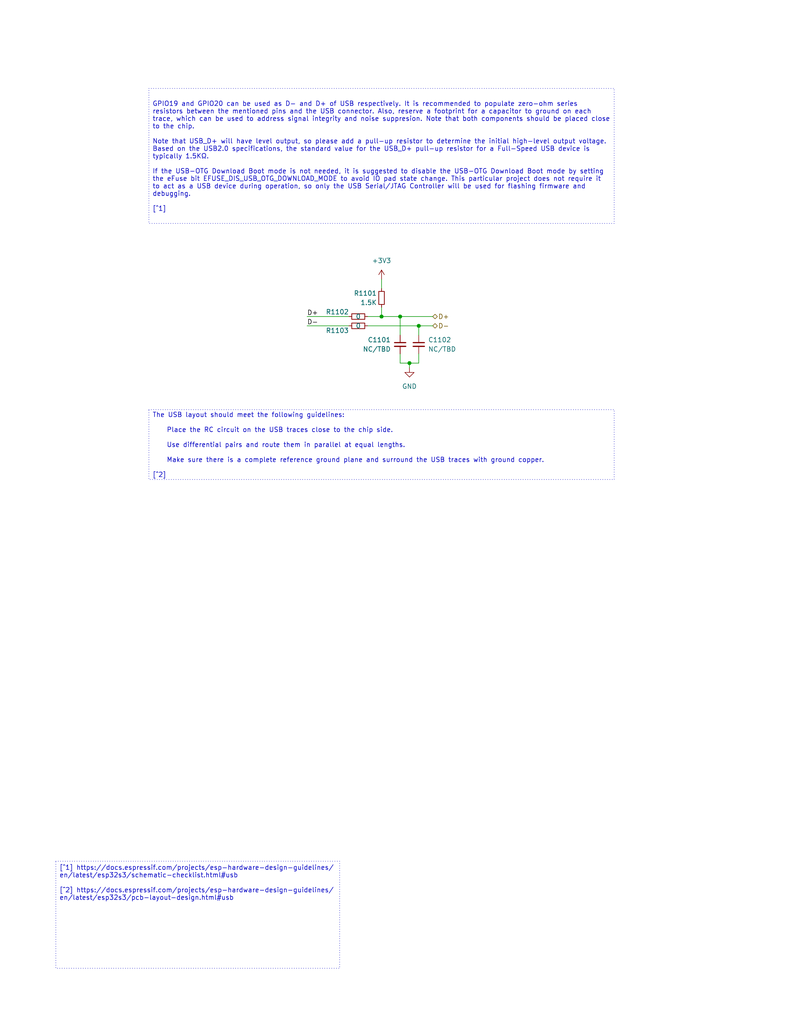
<source format=kicad_sch>
(kicad_sch
	(version 20231120)
	(generator "eeschema")
	(generator_version "8.0")
	(uuid "63081e23-23ea-475c-bd9c-1e58206ac941")
	(paper "A" portrait)
	(title_block
		(title "Comms Badge Voice Assistant")
		(date "2024-03-02")
		(rev "0.1.1")
		(company "Home Sweet Home Assistant")
	)
	(lib_symbols
		(symbol "Comms Badge Voice Assistant Project:+3V3"
			(power)
			(pin_names
				(offset 0)
			)
			(exclude_from_sim no)
			(in_bom yes)
			(on_board yes)
			(property "Reference" "#PWR"
				(at 0 -3.81 0)
				(effects
					(font
						(size 1.27 1.27)
					)
					(hide yes)
				)
			)
			(property "Value" "+3V3"
				(at 0 3.556 0)
				(effects
					(font
						(size 1.27 1.27)
					)
				)
			)
			(property "Footprint" ""
				(at 0 0 0)
				(effects
					(font
						(size 1.27 1.27)
					)
					(hide yes)
				)
			)
			(property "Datasheet" ""
				(at 0 0 0)
				(effects
					(font
						(size 1.27 1.27)
					)
					(hide yes)
				)
			)
			(property "Description" "Power symbol creates a global label with name \"+3V3\""
				(at 0 0 0)
				(effects
					(font
						(size 1.27 1.27)
					)
					(hide yes)
				)
			)
			(property "ki_keywords" "global power"
				(at 0 0 0)
				(effects
					(font
						(size 1.27 1.27)
					)
					(hide yes)
				)
			)
			(symbol "+3V3_0_1"
				(polyline
					(pts
						(xy -0.762 1.27) (xy 0 2.54)
					)
					(stroke
						(width 0)
						(type default)
					)
					(fill
						(type none)
					)
				)
				(polyline
					(pts
						(xy 0 0) (xy 0 2.54)
					)
					(stroke
						(width 0)
						(type default)
					)
					(fill
						(type none)
					)
				)
				(polyline
					(pts
						(xy 0 2.54) (xy 0.762 1.27)
					)
					(stroke
						(width 0)
						(type default)
					)
					(fill
						(type none)
					)
				)
			)
			(symbol "+3V3_1_1"
				(pin power_in line
					(at 0 0 90)
					(length 0) hide
					(name "+3V3"
						(effects
							(font
								(size 1.27 1.27)
							)
						)
					)
					(number "1"
						(effects
							(font
								(size 1.27 1.27)
							)
						)
					)
				)
			)
		)
		(symbol "Comms Badge Voice Assistant Project:C_Small"
			(pin_numbers hide)
			(pin_names
				(offset 0.254) hide)
			(exclude_from_sim no)
			(in_bom yes)
			(on_board yes)
			(property "Reference" "C"
				(at 0.254 1.778 0)
				(effects
					(font
						(size 1.27 1.27)
					)
					(justify left)
				)
			)
			(property "Value" "C_Small"
				(at 0.254 -2.032 0)
				(effects
					(font
						(size 1.27 1.27)
					)
					(justify left)
				)
			)
			(property "Footprint" ""
				(at 0 0 0)
				(effects
					(font
						(size 1.27 1.27)
					)
					(hide yes)
				)
			)
			(property "Datasheet" "~"
				(at 0 0 0)
				(effects
					(font
						(size 1.27 1.27)
					)
					(hide yes)
				)
			)
			(property "Description" "Unpolarized capacitor, small symbol"
				(at 0 0 0)
				(effects
					(font
						(size 1.27 1.27)
					)
					(hide yes)
				)
			)
			(property "ki_keywords" "capacitor cap"
				(at 0 0 0)
				(effects
					(font
						(size 1.27 1.27)
					)
					(hide yes)
				)
			)
			(property "ki_fp_filters" "C_*"
				(at 0 0 0)
				(effects
					(font
						(size 1.27 1.27)
					)
					(hide yes)
				)
			)
			(symbol "C_Small_0_1"
				(polyline
					(pts
						(xy -1.524 -0.508) (xy 1.524 -0.508)
					)
					(stroke
						(width 0.3302)
						(type default)
					)
					(fill
						(type none)
					)
				)
				(polyline
					(pts
						(xy -1.524 0.508) (xy 1.524 0.508)
					)
					(stroke
						(width 0.3048)
						(type default)
					)
					(fill
						(type none)
					)
				)
			)
			(symbol "C_Small_1_1"
				(pin passive line
					(at 0 2.54 270)
					(length 2.032)
					(name "~"
						(effects
							(font
								(size 1.27 1.27)
							)
						)
					)
					(number "1"
						(effects
							(font
								(size 1.27 1.27)
							)
						)
					)
				)
				(pin passive line
					(at 0 -2.54 90)
					(length 2.032)
					(name "~"
						(effects
							(font
								(size 1.27 1.27)
							)
						)
					)
					(number "2"
						(effects
							(font
								(size 1.27 1.27)
							)
						)
					)
				)
			)
		)
		(symbol "Comms Badge Voice Assistant Project:GND"
			(power)
			(pin_names
				(offset 0)
			)
			(exclude_from_sim no)
			(in_bom yes)
			(on_board yes)
			(property "Reference" "#PWR"
				(at 0 -6.35 0)
				(effects
					(font
						(size 1.27 1.27)
					)
					(hide yes)
				)
			)
			(property "Value" "GND"
				(at 0 -3.81 0)
				(effects
					(font
						(size 1.27 1.27)
					)
				)
			)
			(property "Footprint" ""
				(at 0 0 0)
				(effects
					(font
						(size 1.27 1.27)
					)
					(hide yes)
				)
			)
			(property "Datasheet" ""
				(at 0 0 0)
				(effects
					(font
						(size 1.27 1.27)
					)
					(hide yes)
				)
			)
			(property "Description" "Power symbol creates a global label with name \"GND\" , ground"
				(at 0 0 0)
				(effects
					(font
						(size 1.27 1.27)
					)
					(hide yes)
				)
			)
			(property "ki_keywords" "global power"
				(at 0 0 0)
				(effects
					(font
						(size 1.27 1.27)
					)
					(hide yes)
				)
			)
			(symbol "GND_0_1"
				(polyline
					(pts
						(xy 0 0) (xy 0 -1.27) (xy 1.27 -1.27) (xy 0 -2.54) (xy -1.27 -1.27) (xy 0 -1.27)
					)
					(stroke
						(width 0)
						(type default)
					)
					(fill
						(type none)
					)
				)
			)
			(symbol "GND_1_1"
				(pin power_in line
					(at 0 0 270)
					(length 0) hide
					(name "GND"
						(effects
							(font
								(size 1.27 1.27)
							)
						)
					)
					(number "1"
						(effects
							(font
								(size 1.27 1.27)
							)
						)
					)
				)
			)
		)
		(symbol "Comms Badge Voice Assistant Project:R_Small"
			(pin_numbers hide)
			(pin_names
				(offset 0.254) hide)
			(exclude_from_sim no)
			(in_bom yes)
			(on_board yes)
			(property "Reference" "R"
				(at 0.762 0.508 0)
				(effects
					(font
						(size 1.27 1.27)
					)
					(justify left)
				)
			)
			(property "Value" "R_Small"
				(at 0.762 -1.016 0)
				(effects
					(font
						(size 1.27 1.27)
					)
					(justify left)
				)
			)
			(property "Footprint" ""
				(at 0 0 0)
				(effects
					(font
						(size 1.27 1.27)
					)
					(hide yes)
				)
			)
			(property "Datasheet" "~"
				(at 0 0 0)
				(effects
					(font
						(size 1.27 1.27)
					)
					(hide yes)
				)
			)
			(property "Description" "Resistor, small symbol"
				(at 0 0 0)
				(effects
					(font
						(size 1.27 1.27)
					)
					(hide yes)
				)
			)
			(property "ki_keywords" "R resistor"
				(at 0 0 0)
				(effects
					(font
						(size 1.27 1.27)
					)
					(hide yes)
				)
			)
			(property "ki_fp_filters" "R_*"
				(at 0 0 0)
				(effects
					(font
						(size 1.27 1.27)
					)
					(hide yes)
				)
			)
			(symbol "R_Small_0_1"
				(rectangle
					(start -0.762 1.778)
					(end 0.762 -1.778)
					(stroke
						(width 0.2032)
						(type default)
					)
					(fill
						(type none)
					)
				)
			)
			(symbol "R_Small_1_1"
				(pin passive line
					(at 0 2.54 270)
					(length 0.762)
					(name "~"
						(effects
							(font
								(size 1.27 1.27)
							)
						)
					)
					(number "1"
						(effects
							(font
								(size 1.27 1.27)
							)
						)
					)
				)
				(pin passive line
					(at 0 -2.54 90)
					(length 0.762)
					(name "~"
						(effects
							(font
								(size 1.27 1.27)
							)
						)
					)
					(number "2"
						(effects
							(font
								(size 1.27 1.27)
							)
						)
					)
				)
			)
		)
	)
	(junction
		(at 111.76 99.06)
		(diameter 0)
		(color 0 0 0 0)
		(uuid "1d64a59a-218c-436d-a1a6-8c62c945f075")
	)
	(junction
		(at 114.3 88.9)
		(diameter 0)
		(color 0 0 0 0)
		(uuid "a4185864-9338-4dc2-aa82-1c938f679a80")
	)
	(junction
		(at 109.22 86.36)
		(diameter 0)
		(color 0 0 0 0)
		(uuid "bc647128-c56e-4d5d-a028-f9ce87f8bd00")
	)
	(junction
		(at 104.14 86.36)
		(diameter 0)
		(color 0 0 0 0)
		(uuid "fc9b3f6b-2afe-4797-a9ea-7da76b59d375")
	)
	(wire
		(pts
			(xy 109.22 86.36) (xy 109.22 91.44)
		)
		(stroke
			(width 0)
			(type default)
		)
		(uuid "08b8f948-2820-443c-adc3-733612b8e15c")
	)
	(wire
		(pts
			(xy 100.33 86.36) (xy 104.14 86.36)
		)
		(stroke
			(width 0)
			(type default)
		)
		(uuid "12adeb2c-2c5a-4fb1-952f-cfb2e1932fca")
	)
	(wire
		(pts
			(xy 100.33 88.9) (xy 114.3 88.9)
		)
		(stroke
			(width 0)
			(type default)
		)
		(uuid "13530f98-8571-4863-ad1f-d78a34929255")
	)
	(wire
		(pts
			(xy 114.3 88.9) (xy 118.11 88.9)
		)
		(stroke
			(width 0)
			(type default)
		)
		(uuid "304c500e-164c-484a-85e0-cd7b889145f3")
	)
	(wire
		(pts
			(xy 109.22 99.06) (xy 111.76 99.06)
		)
		(stroke
			(width 0)
			(type default)
		)
		(uuid "36fae57c-646d-4f38-8ea7-1900611b3ecc")
	)
	(wire
		(pts
			(xy 109.22 96.52) (xy 109.22 99.06)
		)
		(stroke
			(width 0)
			(type default)
		)
		(uuid "39822bfa-cafb-4939-952f-6b892118a264")
	)
	(wire
		(pts
			(xy 83.82 86.36) (xy 95.25 86.36)
		)
		(stroke
			(width 0)
			(type default)
		)
		(uuid "45a3b62b-27da-4d4b-94cb-b39181f356b5")
	)
	(wire
		(pts
			(xy 83.82 88.9) (xy 95.25 88.9)
		)
		(stroke
			(width 0)
			(type default)
		)
		(uuid "5a579753-7f23-4feb-bf42-076cdc4b9a38")
	)
	(wire
		(pts
			(xy 111.76 99.06) (xy 114.3 99.06)
		)
		(stroke
			(width 0)
			(type default)
		)
		(uuid "5d86d051-408d-4e45-a5a7-5d1db0545837")
	)
	(wire
		(pts
			(xy 104.14 83.82) (xy 104.14 86.36)
		)
		(stroke
			(width 0)
			(type default)
		)
		(uuid "72b9d3eb-88d5-40a1-94c1-124ec769b5e7")
	)
	(wire
		(pts
			(xy 111.76 99.06) (xy 111.76 100.33)
		)
		(stroke
			(width 0)
			(type default)
		)
		(uuid "9034ad94-a323-43c4-884d-ee93534194e4")
	)
	(wire
		(pts
			(xy 104.14 76.2) (xy 104.14 78.74)
		)
		(stroke
			(width 0)
			(type default)
		)
		(uuid "935471d8-1377-4c38-bd43-9852ffa1b9ec")
	)
	(wire
		(pts
			(xy 114.3 88.9) (xy 114.3 91.44)
		)
		(stroke
			(width 0)
			(type default)
		)
		(uuid "9786f2b5-956b-4f1c-90cf-eae9a3e0d2d4")
	)
	(wire
		(pts
			(xy 104.14 86.36) (xy 109.22 86.36)
		)
		(stroke
			(width 0)
			(type default)
		)
		(uuid "9a15fcf1-ebe9-4af4-ba06-607362bdc55a")
	)
	(wire
		(pts
			(xy 109.22 86.36) (xy 118.11 86.36)
		)
		(stroke
			(width 0)
			(type default)
		)
		(uuid "b4b8af85-7cb1-468e-b2e1-d48580f8501d")
	)
	(wire
		(pts
			(xy 114.3 96.52) (xy 114.3 99.06)
		)
		(stroke
			(width 0)
			(type default)
		)
		(uuid "be948f29-684c-42c9-b8e6-363d03b57e39")
	)
	(text_box "[^1] https://docs.espressif.com/projects/esp-hardware-design-guidelines/\nen/latest/esp32s3/schematic-checklist.html#usb\n\n[^2] https://docs.espressif.com/projects/esp-hardware-design-guidelines/\nen/latest/esp32s3/pcb-layout-design.html#usb"
		(exclude_from_sim no)
		(at 15.24 234.95 0)
		(size 77.47 29.21)
		(stroke
			(width 0)
			(type dot)
		)
		(fill
			(type none)
		)
		(effects
			(font
				(size 1.27 1.27)
			)
			(justify left top)
		)
		(uuid "2acd623b-954c-4537-933d-5ff8de63d57b")
	)
	(text_box "The USB layout should meet the following guidelines:\n\n    Place the RC circuit on the USB traces close to the chip side.\n\n    Use differential pairs and route them in parallel at equal lengths.\n\n    Make sure there is a complete reference ground plane and surround the USB traces with ground copper.\n\n[^2]"
		(exclude_from_sim no)
		(at 40.64 111.76 0)
		(size 127 19.05)
		(stroke
			(width 0)
			(type dot)
		)
		(fill
			(type none)
		)
		(effects
			(font
				(size 1.27 1.27)
			)
			(justify left)
		)
		(uuid "31a1bbef-de1b-4254-9088-20c6cafe728f")
	)
	(text_box "GPIO19 and GPIO20 can be used as D- and D+ of USB respectively. It is recommended to populate zero-ohm series resistors between the mentioned pins and the USB connector. Also, reserve a footprint for a capacitor to ground on each trace, which can be used to address signal integrity and noise suppresion. Note that both components should be placed close to the chip.\n\nNote that USB_D+ will have level output, so please add a pull-up resistor to determine the initial high-level output voltage. Based on the USB2.0 specifications, the standard value for the USB_D+ pull-up resistor for a Full-Speed USB device is typically 1.5KΩ.\n\nIf the USB-OTG Download Boot mode is not needed, it is suggested to disable the USB-OTG Download Boot mode by setting the eFuse bit EFUSE_DIS_USB_OTG_DOWNLOAD_MODE to avoid IO pad state change. This particular project does not require it to act as a USB device during operation, so only the USB Serial/JTAG Controller will be used for flashing firmware and debugging.\n\n[^1]"
		(exclude_from_sim no)
		(at 40.64 24.13 0)
		(size 127 36.83)
		(stroke
			(width 0)
			(type dot)
		)
		(fill
			(type none)
		)
		(effects
			(font
				(size 1.27 1.27)
			)
			(justify left)
		)
		(uuid "3bf5a06f-6aee-4a45-a1fb-7f9b1b2a12c8")
	)
	(label "D+"
		(at 83.82 86.36 0)
		(fields_autoplaced yes)
		(effects
			(font
				(size 1.27 1.27)
			)
			(justify left bottom)
		)
		(uuid "b6d1f888-7645-4aba-bbe8-3c79f6be3ff6")
	)
	(label "D-"
		(at 83.82 88.9 0)
		(fields_autoplaced yes)
		(effects
			(font
				(size 1.27 1.27)
			)
			(justify left bottom)
		)
		(uuid "b6f44cee-3de4-41f6-a9bb-0a53a6405a38")
	)
	(hierarchical_label "D-"
		(shape bidirectional)
		(at 118.11 88.9 0)
		(fields_autoplaced yes)
		(effects
			(font
				(size 1.27 1.27)
			)
			(justify left)
		)
		(uuid "958c022f-8c36-4d0e-b4e7-7cd3f734a773")
	)
	(hierarchical_label "D+"
		(shape bidirectional)
		(at 118.11 86.36 0)
		(fields_autoplaced yes)
		(effects
			(font
				(size 1.27 1.27)
			)
			(justify left)
		)
		(uuid "e5f7e12e-0a90-4c4e-bb3f-1bd46b0cd586")
	)
	(symbol
		(lib_id "Comms Badge Voice Assistant Project:GND")
		(at 111.76 100.33 0)
		(unit 1)
		(exclude_from_sim no)
		(in_bom yes)
		(on_board yes)
		(dnp no)
		(fields_autoplaced yes)
		(uuid "37be6594-dee6-4c1e-b55e-5fd04d392749")
		(property "Reference" "#PWR01102"
			(at 111.76 106.68 0)
			(effects
				(font
					(size 1.27 1.27)
				)
				(hide yes)
			)
		)
		(property "Value" "GND"
			(at 111.76 105.41 0)
			(effects
				(font
					(size 1.27 1.27)
				)
			)
		)
		(property "Footprint" ""
			(at 111.76 100.33 0)
			(effects
				(font
					(size 1.27 1.27)
				)
				(hide yes)
			)
		)
		(property "Datasheet" ""
			(at 111.76 100.33 0)
			(effects
				(font
					(size 1.27 1.27)
				)
				(hide yes)
			)
		)
		(property "Description" ""
			(at 111.76 100.33 0)
			(effects
				(font
					(size 1.27 1.27)
				)
				(hide yes)
			)
		)
		(pin "1"
			(uuid "d9b249de-9d9b-4f77-b3b7-0e3a1a9bfe20")
		)
		(instances
			(project "Comms Badge Voice Assistant Project"
				(path "/615e3260-ff62-492c-a651-02eeac1fdade/5fa97130-643a-4419-aa6c-6ca7316b1e6f/5fb1f57d-e024-46dd-aa5a-f7a7b0363c30"
					(reference "#PWR01102")
					(unit 1)
				)
			)
		)
	)
	(symbol
		(lib_id "Comms Badge Voice Assistant Project:+3V3")
		(at 104.14 76.2 0)
		(unit 1)
		(exclude_from_sim no)
		(in_bom yes)
		(on_board yes)
		(dnp no)
		(fields_autoplaced yes)
		(uuid "3abb3189-0660-4bec-bead-adbe2b6f1cfb")
		(property "Reference" "#PWR01101"
			(at 104.14 80.01 0)
			(effects
				(font
					(size 1.27 1.27)
				)
				(hide yes)
			)
		)
		(property "Value" "+3V3"
			(at 104.14 71.12 0)
			(effects
				(font
					(size 1.27 1.27)
				)
			)
		)
		(property "Footprint" ""
			(at 104.14 76.2 0)
			(effects
				(font
					(size 1.27 1.27)
				)
				(hide yes)
			)
		)
		(property "Datasheet" ""
			(at 104.14 76.2 0)
			(effects
				(font
					(size 1.27 1.27)
				)
				(hide yes)
			)
		)
		(property "Description" ""
			(at 104.14 76.2 0)
			(effects
				(font
					(size 1.27 1.27)
				)
				(hide yes)
			)
		)
		(pin "1"
			(uuid "c88c21e2-c141-42f5-bfb0-99f471807221")
		)
		(instances
			(project "Comms Badge Voice Assistant Project"
				(path "/615e3260-ff62-492c-a651-02eeac1fdade/5fa97130-643a-4419-aa6c-6ca7316b1e6f/5fb1f57d-e024-46dd-aa5a-f7a7b0363c30"
					(reference "#PWR01101")
					(unit 1)
				)
			)
		)
	)
	(symbol
		(lib_id "Comms Badge Voice Assistant Project:R_Small")
		(at 97.79 86.36 90)
		(unit 1)
		(exclude_from_sim no)
		(in_bom yes)
		(on_board yes)
		(dnp no)
		(uuid "5cb52ec7-0cf7-48dc-8fc5-0c2d2362d2df")
		(property "Reference" "R1102"
			(at 95.25 85.09 90)
			(effects
				(font
					(size 1.27 1.27)
				)
				(justify left)
			)
		)
		(property "Value" "0"
			(at 97.79 86.36 90)
			(effects
				(font
					(size 1.27 1.27)
				)
			)
		)
		(property "Footprint" "Resistor_SMD:R_0402_1005Metric"
			(at 97.79 86.36 0)
			(effects
				(font
					(size 1.27 1.27)
				)
				(hide yes)
			)
		)
		(property "Datasheet" "https://datasheet.lcsc.com/lcsc/2304140030_YAGEO-RC0402FR-070RL_C106231.pdf"
			(at 97.79 86.36 0)
			(effects
				(font
					(size 1.27 1.27)
				)
				(hide yes)
			)
		)
		(property "Description" ""
			(at 97.79 86.36 0)
			(effects
				(font
					(size 1.27 1.27)
				)
				(hide yes)
			)
		)
		(property "LCSC #" "C106231"
			(at 97.79 86.36 0)
			(effects
				(font
					(size 1.27 1.27)
				)
				(hide yes)
			)
		)
		(property "Mfr. Part #" "RC0402FR-070RL"
			(at 97.79 86.36 0)
			(effects
				(font
					(size 1.27 1.27)
				)
				(hide yes)
			)
		)
		(property "DigiKey #" "311-0.0LRCT-ND"
			(at 97.79 86.36 0)
			(effects
				(font
					(size 1.27 1.27)
				)
				(hide yes)
			)
		)
		(property "Mouser #" "603-RC0402FR-070RL"
			(at 97.79 86.36 0)
			(effects
				(font
					(size 1.27 1.27)
				)
				(hide yes)
			)
		)
		(property "Price" "0.0007"
			(at 97.79 86.36 0)
			(effects
				(font
					(size 1.27 1.27)
				)
				(hide yes)
			)
		)
		(pin "1"
			(uuid "c3c1cb5d-af1c-40bb-9a0f-1ac392a54fd2")
		)
		(pin "2"
			(uuid "3f79128f-4259-4026-9795-3e4e4a881575")
		)
		(instances
			(project "Comms Badge Voice Assistant Project"
				(path "/615e3260-ff62-492c-a651-02eeac1fdade/5fa97130-643a-4419-aa6c-6ca7316b1e6f/5fb1f57d-e024-46dd-aa5a-f7a7b0363c30"
					(reference "R1102")
					(unit 1)
				)
			)
		)
	)
	(symbol
		(lib_id "Comms Badge Voice Assistant Project:C_Small")
		(at 114.3 93.98 0)
		(unit 1)
		(exclude_from_sim no)
		(in_bom yes)
		(on_board yes)
		(dnp no)
		(fields_autoplaced yes)
		(uuid "602dff5b-92d1-4b03-9cb7-4254fa44b71e")
		(property "Reference" "C1102"
			(at 116.84 92.7163 0)
			(effects
				(font
					(size 1.27 1.27)
				)
				(justify left)
			)
		)
		(property "Value" "NC/TBD"
			(at 116.84 95.2563 0)
			(effects
				(font
					(size 1.27 1.27)
				)
				(justify left)
			)
		)
		(property "Footprint" "Capacitor_SMD:C_0402_1005Metric"
			(at 114.3 93.98 0)
			(effects
				(font
					(size 1.27 1.27)
				)
				(hide yes)
			)
		)
		(property "Datasheet" "~"
			(at 114.3 93.98 0)
			(effects
				(font
					(size 1.27 1.27)
				)
				(hide yes)
			)
		)
		(property "Description" ""
			(at 114.3 93.98 0)
			(effects
				(font
					(size 1.27 1.27)
				)
				(hide yes)
			)
		)
		(pin "1"
			(uuid "4af9ab2d-99a7-47cc-85b0-514dc2635151")
		)
		(pin "2"
			(uuid "5124d052-5bd6-4ba1-a4df-fb6d4881cbd9")
		)
		(instances
			(project "Comms Badge Voice Assistant Project"
				(path "/615e3260-ff62-492c-a651-02eeac1fdade/5fa97130-643a-4419-aa6c-6ca7316b1e6f/5fb1f57d-e024-46dd-aa5a-f7a7b0363c30"
					(reference "C1102")
					(unit 1)
				)
			)
		)
	)
	(symbol
		(lib_id "Comms Badge Voice Assistant Project:R_Small")
		(at 97.79 88.9 90)
		(mirror x)
		(unit 1)
		(exclude_from_sim no)
		(in_bom yes)
		(on_board yes)
		(dnp no)
		(uuid "6c6a7cbe-0d69-41e1-b756-e4a2e8295a5a")
		(property "Reference" "R1103"
			(at 95.25 90.17 90)
			(effects
				(font
					(size 1.27 1.27)
				)
				(justify left)
			)
		)
		(property "Value" "0"
			(at 97.79 88.9 90)
			(effects
				(font
					(size 1.27 1.27)
				)
			)
		)
		(property "Footprint" "Resistor_SMD:R_0402_1005Metric"
			(at 97.79 88.9 0)
			(effects
				(font
					(size 1.27 1.27)
				)
				(hide yes)
			)
		)
		(property "Datasheet" "https://datasheet.lcsc.com/lcsc/2304140030_YAGEO-RC0402FR-070RL_C106231.pdf"
			(at 97.79 88.9 0)
			(effects
				(font
					(size 1.27 1.27)
				)
				(hide yes)
			)
		)
		(property "Description" ""
			(at 97.79 88.9 0)
			(effects
				(font
					(size 1.27 1.27)
				)
				(hide yes)
			)
		)
		(property "LCSC #" "C106231"
			(at 97.79 88.9 0)
			(effects
				(font
					(size 1.27 1.27)
				)
				(hide yes)
			)
		)
		(property "Mfr. Part #" "RC0402FR-070RL"
			(at 97.79 88.9 0)
			(effects
				(font
					(size 1.27 1.27)
				)
				(hide yes)
			)
		)
		(property "DigiKey #" "311-0.0LRCT-ND"
			(at 97.79 88.9 0)
			(effects
				(font
					(size 1.27 1.27)
				)
				(hide yes)
			)
		)
		(property "Mouser #" "603-RC0402FR-070RL"
			(at 97.79 88.9 0)
			(effects
				(font
					(size 1.27 1.27)
				)
				(hide yes)
			)
		)
		(property "Price" "0.0007"
			(at 97.79 88.9 0)
			(effects
				(font
					(size 1.27 1.27)
				)
				(hide yes)
			)
		)
		(pin "1"
			(uuid "f9ccd134-9bc6-40dc-a280-a429e98db6a6")
		)
		(pin "2"
			(uuid "12bce612-9ff2-4b9a-9874-09ec855bb321")
		)
		(instances
			(project "Comms Badge Voice Assistant Project"
				(path "/615e3260-ff62-492c-a651-02eeac1fdade/5fa97130-643a-4419-aa6c-6ca7316b1e6f/5fb1f57d-e024-46dd-aa5a-f7a7b0363c30"
					(reference "R1103")
					(unit 1)
				)
			)
		)
	)
	(symbol
		(lib_id "Comms Badge Voice Assistant Project:R_Small")
		(at 104.14 81.28 0)
		(unit 1)
		(exclude_from_sim no)
		(in_bom yes)
		(on_board yes)
		(dnp no)
		(uuid "9dda210f-b329-4ef1-adf7-8b8b82ba6168")
		(property "Reference" "R1101"
			(at 102.87 80.01 0)
			(effects
				(font
					(size 1.27 1.27)
				)
				(justify right)
			)
		)
		(property "Value" "1.5K"
			(at 102.87 82.55 0)
			(effects
				(font
					(size 1.27 1.27)
				)
				(justify right)
			)
		)
		(property "Footprint" "Resistor_SMD:R_0402_1005Metric"
			(at 104.14 81.28 0)
			(effects
				(font
					(size 1.27 1.27)
				)
				(hide yes)
			)
		)
		(property "Datasheet" "https://datasheet.lcsc.com/lcsc/2304140030_YAGEO-RC0402FR-071K5L_C114759.pdf"
			(at 104.14 81.28 0)
			(effects
				(font
					(size 1.27 1.27)
				)
				(hide yes)
			)
		)
		(property "Description" ""
			(at 104.14 81.28 0)
			(effects
				(font
					(size 1.27 1.27)
				)
				(hide yes)
			)
		)
		(property "LCSC #" "C114759"
			(at 104.14 81.28 0)
			(effects
				(font
					(size 1.27 1.27)
				)
				(hide yes)
			)
		)
		(property "Mfr. Part #" "RC0402FR-071K5L"
			(at 104.14 81.28 0)
			(effects
				(font
					(size 1.27 1.27)
				)
				(hide yes)
			)
		)
		(property "DigiKey #" "311-1.50KLRCT-ND"
			(at 104.14 81.28 0)
			(effects
				(font
					(size 1.27 1.27)
				)
				(hide yes)
			)
		)
		(property "Mouser #" "603-RC0402FR-071K5L"
			(at 104.14 81.28 0)
			(effects
				(font
					(size 1.27 1.27)
				)
				(hide yes)
			)
		)
		(property "Price" "0.0007"
			(at 104.14 81.28 0)
			(effects
				(font
					(size 1.27 1.27)
				)
				(hide yes)
			)
		)
		(pin "1"
			(uuid "5109ce8a-a44c-4103-8e9a-46bb5386bf93")
		)
		(pin "2"
			(uuid "9683e531-27f0-44fb-acb6-e4ca7d39d01d")
		)
		(instances
			(project "Comms Badge Voice Assistant Project"
				(path "/615e3260-ff62-492c-a651-02eeac1fdade/5fa97130-643a-4419-aa6c-6ca7316b1e6f/5fb1f57d-e024-46dd-aa5a-f7a7b0363c30"
					(reference "R1101")
					(unit 1)
				)
			)
		)
	)
	(symbol
		(lib_id "Comms Badge Voice Assistant Project:C_Small")
		(at 109.22 93.98 0)
		(mirror y)
		(unit 1)
		(exclude_from_sim no)
		(in_bom yes)
		(on_board yes)
		(dnp no)
		(uuid "ad1ea5c1-6cdd-45e5-951f-32c6ff98fc09")
		(property "Reference" "C1101"
			(at 106.68 92.7163 0)
			(effects
				(font
					(size 1.27 1.27)
				)
				(justify left)
			)
		)
		(property "Value" "NC/TBD"
			(at 106.68 95.2563 0)
			(effects
				(font
					(size 1.27 1.27)
				)
				(justify left)
			)
		)
		(property "Footprint" "Capacitor_SMD:C_0402_1005Metric"
			(at 109.22 93.98 0)
			(effects
				(font
					(size 1.27 1.27)
				)
				(hide yes)
			)
		)
		(property "Datasheet" "~"
			(at 109.22 93.98 0)
			(effects
				(font
					(size 1.27 1.27)
				)
				(hide yes)
			)
		)
		(property "Description" ""
			(at 109.22 93.98 0)
			(effects
				(font
					(size 1.27 1.27)
				)
				(hide yes)
			)
		)
		(property "LCSC #" ""
			(at 109.22 93.98 0)
			(effects
				(font
					(size 1.27 1.27)
				)
				(hide yes)
			)
		)
		(property "Mfr. Part #" ""
			(at 109.22 93.98 0)
			(effects
				(font
					(size 1.27 1.27)
				)
				(hide yes)
			)
		)
		(property "DigiKey #" ""
			(at 109.22 93.98 0)
			(effects
				(font
					(size 1.27 1.27)
				)
				(hide yes)
			)
		)
		(property "Mouser #" ""
			(at 109.22 93.98 0)
			(effects
				(font
					(size 1.27 1.27)
				)
				(hide yes)
			)
		)
		(property "Price" ""
			(at 109.22 93.98 0)
			(effects
				(font
					(size 1.27 1.27)
				)
				(hide yes)
			)
		)
		(pin "1"
			(uuid "f56083b0-657e-4c76-a779-96b4995b7983")
		)
		(pin "2"
			(uuid "71672237-4b76-4b69-bb3b-b02d679dc21e")
		)
		(instances
			(project "Comms Badge Voice Assistant Project"
				(path "/615e3260-ff62-492c-a651-02eeac1fdade/5fa97130-643a-4419-aa6c-6ca7316b1e6f/5fb1f57d-e024-46dd-aa5a-f7a7b0363c30"
					(reference "C1101")
					(unit 1)
				)
			)
		)
	)
)
</source>
